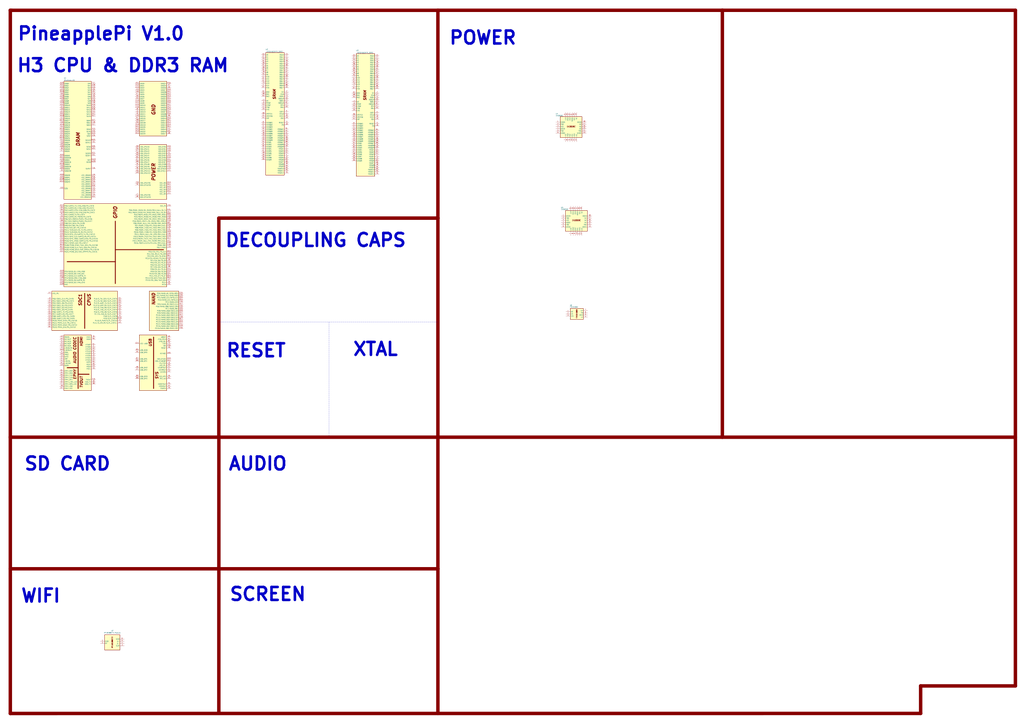
<source format=kicad_sch>
(kicad_sch (version 20211123) (generator eeschema)
  (paper "A0")
  (lib_symbols
    (symbol "mylib:Allwinner_H3"
      (property "Reference" "U1" (at -58.42 143.51 0))
      (property "Value" "Allwinner_H3" (at -53.34 140.97 0))
      (symbol "Allwinner_H3_0_0"
        (polyline (pts (xy -55.88 -193.04) (xy -43.18 -193.04)) (stroke (width 1)))
        (polyline (pts (xy -55.88 -69.85) (xy 0 -69.85)) (stroke (width 1)))
        (polyline (pts (xy -43.18 -200.66) (xy -30.48 -200.66)) (stroke (width 1)))
        (polyline (pts (xy 0 -55.88) (xy 55.88 -55.88)) (stroke (width 1)))
        (polyline (pts (xy 0 -22.86) (xy 0 -95.25)) (stroke (width 1)))
        (text "AUDIO CODEC" (at -46.99 -172.72 900) (effects (font (size 3 3) bold italic)))
        (text "CPUS" (at -30.48 -114.3 900) (effects (font (size 3.5 3.5) bold italic)))
        (text "DRAM" (at -43.18 72.39 900) (effects (font (size 4 4) bold italic)))
        (text "EPHY" (at -46.99 -200.66 900) (effects (font (size 3 3) bold italic)))
        (text "GND" (at 44.45 106.68 900) (effects (font (size 4 4) bold italic)))
        (text "GPIO" (at 0 -12.7 900) (effects (font (size 4 4) bold italic)))
        (text "HDMI" (at -39.37 -162.56 900) (effects (font (size 3 3) bold italic)))
        (text "NAND" (at 44.45 -113.03 900) (effects (font (size 3.5 3.5) bold italic)))
        (text "POWER" (at 44.45 34.29 900) (effects (font (size 4 4) bold italic)))
        (text "SDC1" (at -40.64 -114.3 900) (effects (font (size 3.5 3.5) bold italic)))
        (text "SYS" (at 48.26 -201.93 900) (effects (font (size 3 3) bold italic)))
        (text "TVOUT" (at -39.37 -209.55 900) (effects (font (size 3 3) bold italic)))
        (text "USB" (at 40.64 -163.83 900) (effects (font (size 3 3) bold italic)))
      )
      (symbol "Allwinner_H3_0_1"
        (rectangle (start -73.66 -104.14) (end 2.54 -149.86) (stroke (width 0.4)) (fill (type background)))
        (rectangle (start -59.69 -154.94) (end -27.94 -219.71) (stroke (width 0.4)) (fill (type background)))
        (rectangle (start -59.69 -2.54) (end 59.69 -99.06) (stroke (width 0.4)) (fill (type background)))
        (rectangle (start -59.69 139.7) (end -27.94 2.54) (stroke (width 0.4)) (fill (type background)))
        (polyline (pts (xy -43.18 -157.48) (xy -43.18 -217.17)) (stroke (width 1)))
        (polyline (pts (xy -35.56 -106.68) (xy -35.56 -147.32)) (stroke (width 1)))
        (polyline (pts (xy 44.45 -157.48) (xy 44.45 -217.17)) (stroke (width 1)))
        (rectangle (start 27.94 -154.94) (end 59.69 -219.71) (stroke (width 0.4)) (fill (type background)))
        (rectangle (start 27.94 66.04) (end 59.69 2.54) (stroke (width 0.4)) (fill (type background)))
        (rectangle (start 27.94 139.7) (end 59.69 76.2) (stroke (width 0.4)) (fill (type background)))
        (rectangle (start 39.37 -104.14) (end 73.66 -149.86) (stroke (width 0.4)) (fill (type background)))
      )
      (symbol "Allwinner_H3_1_1"
        (pin bidirectional line (at 64.77 -160.02 180) (length 5.08) (name "JTAG_SEL0") (number "A1"))
        (pin bidirectional line (at 64.77 -60.96 180) (length 5.08) (name "PE1/CSI_MCLK/TS_ERR") (number "A10"))
        (pin bidirectional line (at 64.77 -83.82 180) (length 5.08) (name "PE10/CSI_D6/TS_D6") (number "A11"))
        (pin bidirectional line (at -64.77 -55.88 0) (length 5.08) (name "PA20/PCM0_DOUT/SIM_VPPEN/PA_EINT20") (number "A13"))
        (pin bidirectional line (at -64.77 -58.42 0) (length 5.08) (name "PA21/PCM0_DIN/SIM_VPPPP/PA_EINT21") (number "A14"))
        (pin bidirectional line (at 78.74 -124.46 180) (length 5.08) (name "PC7/NAND_RB1") (number "A16"))
        (pin bidirectional line (at 78.74 -119.38 180) (length 5.08) (name "PC5/NAND_RE/SDC2_CLK") (number "A17"))
        (pin bidirectional line (at -64.77 -83.82 0) (length 5.08) (name "PF1/SDC0_D0/JTAG_DI0") (number "A19"))
        (pin bidirectional line (at -64.77 -209.55 0) (length 5.08) (name "EPHY_LINK_LED") (number "A2"))
        (pin bidirectional line (at 64.77 -20.32 180) (length 5.08) (name "PD4/RGMII_RXCK/MII_RXCK/RMII_NULL") (number "A20"))
        (pin bidirectional line (at 22.86 137.16 0) (length 5.08) (name "GND0") (number "A21"))
        (pin bidirectional line (at -64.77 -204.47 0) (length 5.08) (name "EPHY_TXN") (number "A3"))
        (pin bidirectional line (at -64.77 -199.39 0) (length 5.08) (name "EPHY_RXN") (number "A4"))
        (pin bidirectional line (at 22.86 -175.26 0) (length 5.08) (name "USB_DP0") (number "A5"))
        (pin bidirectional line (at 22.86 -195.58 0) (length 5.08) (name "USB_DP2") (number "A7"))
        (pin bidirectional line (at 22.86 -193.04 0) (length 5.08) (name "USB_DM2") (number "A8"))
        (pin bidirectional line (at 64.77 81.28 180) (length 5.08) (name "GND46") (number "AA1"))
        (pin bidirectional line (at -64.77 73.66 0) (length 5.08) (name "SDQ25") (number "AA11"))
        (pin bidirectional line (at -64.77 22.86 0) (length 5.08) (name "SDQM3") (number "AA12"))
        (pin bidirectional line (at -64.77 83.82 0) (length 5.08) (name "SDQ21") (number "AA14"))
        (pin bidirectional line (at -64.77 43.18 0) (length 5.08) (name "SDQS2") (number "AA15"))
        (pin bidirectional line (at -64.77 93.98 0) (length 5.08) (name "SDQ17") (number "AA17"))
        (pin bidirectional line (at -64.77 25.4 0) (length 5.08) (name "SDQM2") (number "AA18"))
        (pin bidirectional line (at -22.86 48.26 180) (length 5.08) (name "SCK") (number "AA19"))
        (pin bidirectional line (at -64.77 -167.64 0) (length 5.08) (name "MICIN2N") (number "AA2"))
        (pin bidirectional line (at -22.86 45.72 180) (length 5.08) (name "SCKB") (number "AA20"))
        (pin bidirectional line (at -22.86 71.12 180) (length 5.08) (name "SCKE0") (number "AA21"))
        (pin bidirectional line (at -64.77 -172.72 0) (length 5.08) (name "LINEOUTL") (number "AA3"))
        (pin bidirectional line (at 64.77 -176.53 180) (length 5.08) (name "KEYADC") (number "AA5"))
        (pin bidirectional line (at 64.77 -167.64 180) (length 5.08) (name "NMI") (number "AA6"))
        (pin bidirectional line (at -64.77 63.5 0) (length 5.08) (name "SDQ29") (number "AA8"))
        (pin bidirectional line (at -64.77 38.1 0) (length 5.08) (name "SDQS3") (number "AA9"))
        (pin bidirectional line (at -78.74 -146.05 0) (length 5.08) (name "PG13/PCM1_DIN/PG_EINT13") (number "B1"))
        (pin bidirectional line (at 64.77 -58.42 180) (length 5.08) (name "PE0/CSI_PCL/TS_CLK") (number "B10"))
        (pin bidirectional line (at 64.77 -63.5 180) (length 5.08) (name "PE2/CSI_HSY/TS_SYNC") (number "B11"))
        (pin bidirectional line (at 64.77 -86.36 180) (length 5.08) (name "PE11/CSI_D7/TS_D7") (number "B12"))
        (pin bidirectional line (at 64.77 -88.9 180) (length 5.08) (name "PE12/CSI_SCK/TWI2_SCK") (number "B12"))
        (pin bidirectional line (at -64.77 -50.8 0) (length 5.08) (name "PA18/PCM0_SYNC/TWI1_SCK/PA_EINT18") (number "B13"))
        (pin bidirectional line (at -64.77 -53.34 0) (length 5.08) (name "PA19/PCM0_CLK/TWI1_SDA/PA_EINT19") (number "B14"))
        (pin bidirectional line (at 78.74 -114.3 180) (length 5.08) (name "PC3/NAND_CE1/SPI0_CS") (number "B15"))
        (pin bidirectional line (at 78.74 -111.76 180) (length 5.08) (name "PC2/NAND_CLE/SPI0_CLK") (number "B16"))
        (pin bidirectional line (at 78.74 -137.16 180) (length 5.08) (name "PC12/NAND_DQ4/SDC2_D4") (number "B17"))
        (pin bidirectional line (at 78.74 -127 180) (length 5.08) (name "PC8/NAND_DQ0/SDC2_D0") (number "B18"))
        (pin bidirectional line (at 78.74 -139.7 180) (length 5.08) (name "PC13/NAND_DQ5/SDC2_D5") (number "B19"))
        (pin bidirectional line (at 64.77 -162.56 180) (length 5.08) (name "JTAG_SEL") (number "B2"))
        (pin bidirectional line (at 64.77 -15.24 180) (length 5.08) (name "PD2/RGMII_RXD1/MII_RXD1/RMII_RXD1") (number "B20"))
        (pin bidirectional line (at 64.77 -25.4 180) (length 5.08) (name "PD6/RGMII_NULL/MII_RXERR/RMII_RXER") (number "B21"))
        (pin bidirectional line (at -64.77 -201.93 0) (length 5.08) (name "EPHY_TXP") (number "B3"))
        (pin bidirectional line (at -64.77 -196.85 0) (length 5.08) (name "EPHY_RXP") (number "B4"))
        (pin bidirectional line (at 22.86 -172.72 0) (length 5.08) (name "USB_DM0") (number "B5"))
        (pin bidirectional line (at 22.86 -185.42 0) (length 5.08) (name "USB_DP1") (number "B6"))
        (pin bidirectional line (at 22.86 -182.88 0) (length 5.08) (name "USB_DM1") (number "B7"))
        (pin bidirectional line (at 22.86 -205.74 0) (length 5.08) (name "USB_DP3") (number "B8"))
        (pin bidirectional line (at 22.86 -203.2 0) (length 5.08) (name "USB_DM3") (number "B9"))
        (pin bidirectional line (at -78.74 -125.73 0) (length 5.08) (name "PG5/SDC1_D3/PG_EINT5") (number "C1"))
        (pin bidirectional line (at 64.77 -66.04 180) (length 5.08) (name "PE3/CSI_VSYNC/TS_DVLD") (number "C10"))
        (pin bidirectional line (at 64.77 -78.74 180) (length 5.08) (name "PE8/CSI_D4/TS_D4") (number "C11"))
        (pin bidirectional line (at 64.77 -81.28 180) (length 5.08) (name "PE9/CSI_D5/TS_D5") (number "C12"))
        (pin bidirectional line (at -64.77 -35.56 0) (length 5.08) (name "PA12/TWI0_SDA/DI_RX/PA_EINT12") (number "C13"))
        (pin bidirectional line (at -64.77 -48.26 0) (length 5.08) (name "PA17/SPDIF_OUT/PA_EINT17") (number "C14"))
        (pin bidirectional line (at 78.74 -106.68 180) (length 5.08) (name "PC0/NAND_WE/SPI0_MOSI") (number "C15"))
        (pin bidirectional line (at 78.74 -109.22 180) (length 5.08) (name "PC1/NAND_ALE/SPI0_MISO") (number "C16"))
        (pin bidirectional line (at 78.74 -129.54 180) (length 5.08) (name "PC9/NAND_DQ1/SDC2_D1") (number "C17"))
        (pin bidirectional line (at 78.74 -134.62 180) (length 5.08) (name "PC11/NAND_DQ3/SDC2_D3") (number "C18"))
        (pin bidirectional line (at 78.74 -144.78 180) (length 5.08) (name "PC15/NAND_DQ7/SDC2_D7") (number "C19"))
        (pin bidirectional line (at -78.74 -123.19 0) (length 5.08) (name "PG4/SDC1_D2/PG_EINT4") (number "C2"))
        (pin bidirectional line (at -64.77 -93.98 0) (length 5.08) (name "PF5/SDC0_D2/JTAG_CK0") (number "C20"))
        (pin bidirectional line (at 64.77 -10.16 180) (length 5.08) (name "PD0/RGMII_RXD3/MII_RXD3/RMII_NULL/DI_TX") (number "C21"))
        (pin bidirectional line (at -78.74 -133.35 0) (length 5.08) (name "PG8/UART1_RTS/PG_EINT8") (number "C3"))
        (pin bidirectional line (at 64.77 -96.52 180) (length 5.08) (name "PE15") (number "C5"))
        (pin bidirectional line (at 64.77 -93.98 180) (length 5.08) (name "PE14") (number "C6"))
        (pin bidirectional line (at 64.77 -91.44 180) (length 5.08) (name "PE13/CSI_SDA/TWI2_SDA") (number "C7"))
        (pin bidirectional line (at 64.77 -76.2 180) (length 5.08) (name "PE7/CSI_D3/TS_D3") (number "C8"))
        (pin bidirectional line (at 64.77 -68.58 180) (length 5.08) (name "PE4/CSI_D0/TS_D0") (number "C9"))
        (pin bidirectional line (at -78.74 -143.51 0) (length 5.08) (name "PG12/PCM1_DOUT/PG_EINT12") (number "D1"))
        (pin bidirectional line (at 64.77 -73.66 180) (length 5.08) (name "PE6/CSI_D2/TS_D2") (number "D10"))
        (pin bidirectional line (at -64.77 -5.08 0) (length 5.08) (name "PA0/UART2_TX/JTAG_MS0/PA_EINT0") (number "D11"))
        (pin bidirectional line (at -64.77 -27.94 0) (length 5.08) (name "PA9/SIM_RST/PA_EINT9") (number "D13"))
        (pin bidirectional line (at -64.77 -45.72 0) (length 5.08) (name "PA16/SPI1_MISO/UART3_CTS/PA_EINT16") (number "D15"))
        (pin bidirectional line (at 78.74 -132.08 180) (length 5.08) (name "PC10/NAND_DQ2/SDC2_D2") (number "D17"))
        (pin bidirectional line (at -64.77 -81.28 0) (length 5.08) (name "PF0/SDC0_D1/JTAG_MS0") (number "D19"))
        (pin bidirectional line (at -78.74 -140.97 0) (length 5.08) (name "PG11/PCM1_CLK/PG_EINT11") (number "D2"))
        (pin bidirectional line (at -64.77 -86.36 0) (length 5.08) (name "PF2/SDC0_CLK/UART0_TX") (number "D20"))
        (pin bidirectional line (at -78.74 -130.81 0) (length 5.08) (name "PG7/UART1_RX/PG_EINT7") (number "D3"))
        (pin bidirectional line (at -64.77 -7.62 0) (length 5.08) (name "PA1/UART2_RX/JTAG_CK0/PA_EINT1") (number "D5"))
        (pin bidirectional line (at -64.77 -10.16 0) (length 5.08) (name "PA2/UART2_RTS/JTAG_DO0/PA_EINT2") (number "D6"))
        (pin bidirectional line (at -64.77 -22.86 0) (length 5.08) (name "PA7/SIM_PWREN/PWM1/PA_EINT7") (number "D8"))
        (pin bidirectional line (at 64.77 -71.12 180) (length 5.08) (name "PE5/CSI_D1/TS_D1") (number "E10"))
        (pin bidirectional line (at -64.77 -30.48 0) (length 5.08) (name "PA10/SIM_DET/PA_EINT10") (number "E11"))
        (pin bidirectional line (at -64.77 -12.7 0) (length 5.08) (name "PA3/UART2_CTS/JTAG_DI0/PA_EINT3") (number "E13"))
        (pin bidirectional line (at -64.77 -20.32 0) (length 5.08) (name "PA6/SIM_PWREN/PWM1/PA_EINT6") (number "E14"))
        (pin bidirectional line (at -64.77 -38.1 0) (length 5.08) (name "PA13/SPI1_CS/UART3_TX/PA_EINT13") (number "E15"))
        (pin bidirectional line (at 78.74 -121.92 180) (length 5.08) (name "PC6/NAND_RB0/SDC2_CMD") (number "E16"))
        (pin bidirectional line (at 64.77 -27.94 180) (length 5.08) (name "PD7/RGMII_TXD3/MII_TXD3/RMII_NULL") (number "E18"))
        (pin bidirectional line (at 64.77 -40.64 180) (length 5.08) (name "PD12/RGMII_TXCK/MII_TXCK/RMII_TXCK") (number "E19"))
        (pin bidirectional line (at -22.86 -184.15 180) (length 5.08) (name "HTXCN") (number "E2"))
        (pin bidirectional line (at 64.77 -30.48 180) (length 5.08) (name "PD8/RGMII_TXD2/MII_TXD2/RMII_NULL") (number "E20"))
        (pin bidirectional line (at -64.77 -91.44 0) (length 5.08) (name "PF4/SDC0_D3/UART0_RX") (number "E21"))
        (pin bidirectional line (at -78.74 -135.89 0) (length 5.08) (name "PG9/UART1_CTS/PG_EINT9") (number "E3"))
        (pin bidirectional line (at -22.86 -168.91 180) (length 5.08) (name "HTX0N") (number "F1"))
        (pin bidirectional line (at -22.86 -207.01 180) (length 5.08) (name "TVOUT") (number "F10"))
        (pin bidirectional line (at -64.77 -33.02 0) (length 5.08) (name "PA11/TWI0_SCK/DI_TX/PA_EINT11") (number "F11"))
        (pin bidirectional line (at -64.77 -25.4 0) (length 5.08) (name "PA8/SIM_DATA/PA_EINT8") (number "F13"))
        (pin bidirectional line (at -64.77 -43.18 0) (length 5.08) (name "PA15/SPI1_MOSI/UART3_RTS/PA_EINT15") (number "F14"))
        (pin bidirectional line (at 78.74 -116.84 180) (length 5.08) (name "PC4/NAND_CE0") (number "F16"))
        (pin bidirectional line (at 78.74 -142.24 180) (length 5.08) (name "PC14/NAND_DQ6/SDC2_D6") (number "F17"))
        (pin bidirectional line (at -64.77 -88.9 0) (length 5.08) (name "PF3/SDC0_CMD/JTAG_DO0") (number "F18"))
        (pin bidirectional line (at 64.77 -22.86 180) (length 5.08) (name "PD5/RGMII_RXCTL/MII_RXDV/RMII_CRS_D") (number "F19"))
        (pin bidirectional line (at -22.86 -181.61 180) (length 5.08) (name "HTXCP") (number "F2"))
        (pin bidirectional line (at 64.77 -38.1 180) (length 5.08) (name "PD11/RGMII_NULL/MII_CRS/RMII_NULL") (number "F20"))
        (pin bidirectional line (at 64.77 -33.02 180) (length 5.08) (name "PD9/RGMII_TXD1/MII_TXD1/RMII_TXD1") (number "F21"))
        (pin bidirectional line (at -78.74 -120.65 0) (length 5.08) (name "PG3/SDC1_D1/PG_EINT3") (number "F3"))
        (pin bidirectional line (at -64.77 -15.24 0) (length 5.08) (name "PA4/UART0_TX/PA_EINT4") (number "F5"))
        (pin bidirectional line (at -64.77 -207.01 0) (length 5.08) (name "EPHY_RTX") (number "F6"))
        (pin bidirectional line (at -64.77 -212.09 0) (length 5.08) (name "EPHY_SPD_LED") (number "F7"))
        (pin bidirectional line (at -64.77 -214.63 0) (length 5.08) (name "EPHY_VDD") (number "F8"))
        (pin bidirectional line (at -22.86 -166.37 180) (length 5.08) (name "HTX0P") (number "G1"))
        (pin bidirectional line (at 64.77 -182.88 180) (length 5.08) (name "VDD_EFUSE") (number "G10"))
        (pin bidirectional line (at 22.86 -165.1 0) (length 5.08) (name "VCC-USB") (number "G11"))
        (pin bidirectional line (at -64.77 -40.64 0) (length 5.08) (name "PA14/SPI1_CLK/UART3_RX/PA_EINT14") (number "G12"))
        (pin bidirectional line (at 64.77 21.59 180) (length 5.08) (name "VCC_IO0") (number "G13"))
        (pin bidirectional line (at 64.77 19.05 180) (length 5.08) (name "VCC_IO1") (number "G14"))
        (pin bidirectional line (at 64.77 16.51 180) (length 5.08) (name "VCC_IO2") (number "G15"))
        (pin bidirectional line (at -64.77 -96.52 0) (length 5.08) (name "PF6") (number "G18"))
        (pin bidirectional line (at -22.86 -173.99 180) (length 5.08) (name "HTX1N") (number "G2"))
        (pin bidirectional line (at -64.77 27.94 0) (length 5.08) (name "SDQM1") (number "G20"))
        (pin bidirectional line (at -78.74 -128.27 0) (length 5.08) (name "PG6/UART1_TX/PG_EINT6") (number "G4"))
        (pin bidirectional line (at -22.86 -189.23 180) (length 5.08) (name "HCEC") (number "G5"))
        (pin bidirectional line (at -64.77 -217.17 0) (length 5.08) (name "EPHY_VCC") (number "G7"))
        (pin bidirectional line (at 64.77 78.74 180) (length 5.08) (name "GND47") (number "G8"))
        (pin bidirectional line (at -22.86 -209.55 180) (length 5.08) (name "V33_TV") (number "G9"))
        (pin bidirectional line (at 64.77 63.5 180) (length 5.08) (name "VDD_SYS0") (number "H10"))
        (pin bidirectional line (at 64.77 -185.42 180) (length 5.08) (name "VDD_EFUSEBP") (number "H11"))
        (pin bidirectional line (at 22.86 134.62 0) (length 5.08) (name "GND1") (number "H12"))
        (pin bidirectional line (at 64.77 13.97 180) (length 5.08) (name "VCC_IO3") (number "H13"))
        (pin bidirectional line (at 64.77 11.43 180) (length 5.08) (name "VCC_IO4") (number "H14"))
        (pin bidirectional line (at 22.86 132.08 0) (length 5.08) (name "GND2") (number "H15"))
        (pin bidirectional line (at 78.74 -147.32 180) (length 5.08) (name "PC16/NAND_DQS/SDC2_RST") (number "H16"))
        (pin bidirectional line (at 64.77 -12.7 180) (length 5.08) (name "PD1/RGMII_RXD2/MII_RXD2/RMII_NULL/DI_RX") (number "H17"))
        (pin bidirectional line (at 64.77 -17.78 180) (length 5.08) (name "PD3/RGMII_RXD0/MII_RXD0/RMII_RXD0") (number "H18"))
        (pin bidirectional line (at 64.77 -35.56 180) (length 5.08) (name "PD10/RGMII_TXD0/MII_TXD0/RMII_TXD0") (number "H19"))
        (pin bidirectional line (at -22.86 -171.45 180) (length 5.08) (name "HTX1P") (number "H2"))
        (pin bidirectional line (at -64.77 114.3 0) (length 5.08) (name "SDQ9") (number "H20"))
        (pin bidirectional line (at -64.77 111.76 0) (length 5.08) (name "SDQ10") (number "H21"))
        (pin bidirectional line (at -22.86 -194.31 180) (length 5.08) (name "HSCL") (number "H3"))
        (pin bidirectional line (at -78.74 -118.11 0) (length 5.08) (name "PG2/SDC1_D0/PG_EINT2") (number "H4"))
        (pin bidirectional line (at -64.77 -17.78 0) (length 5.08) (name "PA5/UART0_RX/PWM0/PA_EINT5") (number "H6"))
        (pin bidirectional line (at -78.74 -106.68 0) (length 5.08) (name "VCC_PG") (number "H7"))
        (pin bidirectional line (at -22.86 -212.09 180) (length 5.08) (name "GND_TV") (number "H8"))
        (pin bidirectional line (at -22.86 -176.53 180) (length 5.08) (name "HTX2P") (number "J1"))
        (pin bidirectional line (at 64.77 58.42 180) (length 5.08) (name "VDD_SYS2") (number "J10"))
        (pin bidirectional line (at 64.77 55.88 180) (length 5.08) (name "VDD_SYS3") (number "J11"))
        (pin bidirectional line (at 64.77 53.34 180) (length 5.08) (name "VDD_SYS4") (number "J12"))
        (pin bidirectional line (at 22.86 129.54 0) (length 5.08) (name "GND3") (number "J13"))
        (pin bidirectional line (at 64.77 8.89 180) (length 5.08) (name "VCC_IO5") (number "J14"))
        (pin bidirectional line (at 64.77 -5.08 180) (length 5.08) (name "VCC_PD") (number "J15"))
        (pin bidirectional line (at 22.86 127 0) (length 5.08) (name "GND4") (number "J16"))
        (pin bidirectional line (at -64.77 116.84 0) (length 5.08) (name "SDQ8") (number "J19"))
        (pin bidirectional line (at -22.86 -179.07 180) (length 5.08) (name "HTX2N") (number "J2"))
        (pin bidirectional line (at -64.77 45.72 0) (length 5.08) (name "SDQS1B") (number "J20"))
        (pin bidirectional line (at -64.77 109.22 0) (length 5.08) (name "SDQ11") (number "J21"))
        (pin bidirectional line (at -78.74 -113.03 0) (length 5.08) (name "PG0/SDC1_CLK/PG_EINT0") (number "J3"))
        (pin bidirectional line (at -22.86 -157.48 180) (length 5.08) (name "HVCC") (number "J6"))
        (pin bidirectional line (at 22.86 7.62 0) (length 5.08) (name "VDD_CPUXFB") (number "J7"))
        (pin bidirectional line (at 22.86 5.08 0) (length 5.08) (name "GND_CPUXFB") (number "J8"))
        (pin bidirectional line (at 22.86 101.6 0) (length 5.08) (name "GND14") (number "J9"))
        (pin bidirectional line (at 64.77 -195.58 180) (length 5.08) (name "X24MOUT") (number "K1"))
        (pin bidirectional line (at 64.77 50.8 180) (length 5.08) (name "VDD_SYS5") (number "K10"))
        (pin bidirectional line (at 64.77 48.26 180) (length 5.08) (name "VDD_SYS6") (number "K11"))
        (pin bidirectional line (at 64.77 45.72 180) (length 5.08) (name "VDD_SYS7") (number "K12"))
        (pin bidirectional line (at 22.86 116.84 0) (length 5.08) (name "GND8") (number "K13"))
        (pin bidirectional line (at 22.86 114.3 0) (length 5.08) (name "GND9") (number "K14"))
        (pin bidirectional line (at 22.86 111.76 0) (length 5.08) (name "GND10") (number "K15"))
        (pin bidirectional line (at 22.86 109.22 0) (length 5.08) (name "GND11") (number "K16"))
        (pin bidirectional line (at 64.77 -43.18 180) (length 5.08) (name "PD13/RGMII_TXCTL/MII_TXEN/RMII_TXEN") (number "K17"))
        (pin bidirectional line (at 64.77 -48.26 180) (length 5.08) (name "PD15/RGMII_CLKIN/MII_COL/RMII_NULL") (number "K18"))
        (pin bidirectional line (at 64.77 -198.12 180) (length 5.08) (name "X24MIN") (number "K2"))
        (pin bidirectional line (at -64.77 48.26 0) (length 5.08) (name "SDQS1") (number "K20"))
        (pin bidirectional line (at -22.86 -191.77 180) (length 5.08) (name "HSDA") (number "K3"))
        (pin bidirectional line (at 64.77 -193.04 180) (length 5.08) (name "X24MFOUT") (number "K4"))
        (pin bidirectional line (at 64.77 -203.2 180) (length 5.08) (name "VCC_RTC") (number "K6"))
        (pin bidirectional line (at 22.86 124.46 0) (length 5.08) (name "GND5") (number "K7"))
        (pin bidirectional line (at 22.86 121.92 0) (length 5.08) (name "GND6") (number "K8"))
        (pin bidirectional line (at 22.86 119.38 0) (length 5.08) (name "GND7") (number "K9"))
        (pin bidirectional line (at 64.77 60.96 180) (length 5.08) (name "VDD_SYS1") (number "L10"))
        (pin bidirectional line (at 64.77 43.18 180) (length 5.08) (name "VDD_SYS8") (number "L11"))
        (pin bidirectional line (at 64.77 40.64 180) (length 5.08) (name "VDD_SYS9") (number "L12"))
        (pin bidirectional line (at 64.77 38.1 180) (length 5.08) (name "VDD_SYS10") (number "L13"))
        (pin bidirectional line (at 64.77 35.56 180) (length 5.08) (name "VDD_SYS11") (number "L14"))
        (pin bidirectional line (at 22.86 99.06 0) (length 5.08) (name "GND15") (number "L15"))
        (pin bidirectional line (at -22.86 30.48 180) (length 5.08) (name "VCC_DRAM0") (number "L16"))
        (pin bidirectional line (at 64.77 -45.72 180) (length 5.08) (name "PD14/RGMII_NULL/MII_TXERR/RMII_NULL") (number "L17"))
        (pin bidirectional line (at 64.77 -50.8 180) (length 5.08) (name "PD16/MDC") (number "L18"))
        (pin bidirectional line (at 64.77 -53.34 180) (length 5.08) (name "PD17/MDIO") (number "L19"))
        (pin bidirectional line (at -78.74 -115.57 0) (length 5.08) (name "PG1/SDC1_CMD/PG_EINT1") (number "L2"))
        (pin bidirectional line (at -64.77 106.68 0) (length 5.08) (name "SDQ12") (number "L20"))
        (pin bidirectional line (at -64.77 104.14 0) (length 5.08) (name "SDQ13") (number "L21"))
        (pin bidirectional line (at 64.77 -187.96 180) (length 5.08) (name "PLLTEST") (number "L5"))
        (pin bidirectional line (at 22.86 106.68 0) (length 5.08) (name "GND12") (number "L8"))
        (pin bidirectional line (at 22.86 104.14 0) (length 5.08) (name "GND13") (number "L9"))
        (pin bidirectional line (at 7.62 -115.57 180) (length 5.08) (name "PL1/S_TWI_SDA/S_PL_EINT1") (number "M1"))
        (pin bidirectional line (at 22.86 88.9 0) (length 5.08) (name "GND19") (number "M10"))
        (pin bidirectional line (at 22.86 86.36 0) (length 5.08) (name "GND20") (number "M11"))
        (pin bidirectional line (at 22.86 83.82 0) (length 5.08) (name "GND21") (number "M12"))
        (pin bidirectional line (at 22.86 81.28 0) (length 5.08) (name "GND22") (number "M13"))
        (pin bidirectional line (at 22.86 78.74 0) (length 5.08) (name "GND23") (number "M14"))
        (pin bidirectional line (at 64.77 137.16 180) (length 5.08) (name "GND24") (number "M15"))
        (pin bidirectional line (at -22.86 27.94 180) (length 5.08) (name "VCC_DRAM1") (number "M16"))
        (pin bidirectional line (at -64.77 99.06 0) (length 5.08) (name "SDQ15") (number "M19"))
        (pin bidirectional line (at -22.86 -186.69 180) (length 5.08) (name "HHPD") (number "M2"))
        (pin bidirectional line (at -64.77 30.48 0) (length 5.08) (name "SDQM0") (number "M20"))
        (pin bidirectional line (at -64.77 101.6 0) (length 5.08) (name "SDQ14") (number "M21"))
        (pin bidirectional line (at -78.74 -138.43 0) (length 5.08) (name "PG10/PCM1_SYNC/PG_EINT10") (number "M3"))
        (pin bidirectional line (at 64.77 -205.74 180) (length 5.08) (name "RTC_VIO") (number "M4"))
        (pin bidirectional line (at -22.86 -160.02 180) (length 5.08) (name "HGND") (number "M5"))
        (pin bidirectional line (at 22.86 96.52 0) (length 5.08) (name "GND16") (number "M7"))
        (pin bidirectional line (at 22.86 93.98 0) (length 5.08) (name "GND17") (number "M8"))
        (pin bidirectional line (at 22.86 91.44 0) (length 5.08) (name "GND18") (number "M9"))
        (pin bidirectional line (at 7.62 -113.03 180) (length 5.08) (name "PL0/S_TWI_SCK/S_PL_EINT0") (number "N1"))
        (pin bidirectional line (at 64.77 129.54 180) (length 5.08) (name "GND27") (number "N10"))
        (pin bidirectional line (at 7.62 -135.89 180) (length 5.08) (name "PL9/S_PL_EINT9") (number "N10"))
        (pin bidirectional line (at 64.77 127 180) (length 5.08) (name "GND28") (number "N11"))
        (pin bidirectional line (at 64.77 124.46 180) (length 5.08) (name "GND29") (number "N12"))
        (pin bidirectional line (at 64.77 121.92 180) (length 5.08) (name "GND30") (number "N13"))
        (pin bidirectional line (at 64.77 119.38 180) (length 5.08) (name "GND31") (number "N14"))
        (pin bidirectional line (at 64.77 116.84 180) (length 5.08) (name "GND32") (number "N15"))
        (pin bidirectional line (at -22.86 25.4 180) (length 5.08) (name "VCC_DRAM2") (number "N16"))
        (pin bidirectional line (at -22.86 101.6 180) (length 5.08) (name "SA14") (number "N17"))
        (pin bidirectional line (at -22.86 109.22 180) (length 5.08) (name "SA11") (number "N19"))
        (pin bidirectional line (at 7.62 -123.19 180) (length 5.08) (name "PL4/S_JTAG_MS/S_PL_EINT4") (number "N2"))
        (pin bidirectional line (at -64.77 137.16 0) (length 5.08) (name "SDQ0") (number "N20"))
        (pin bidirectional line (at 64.77 -190.5 180) (length 5.08) (name "VCC_PLL") (number "N3"))
        (pin bidirectional line (at 64.77 134.62 180) (length 5.08) (name "GND25") (number "N7"))
        (pin bidirectional line (at 22.86 63.5 0) (length 5.08) (name "VDD_CPUX0") (number "N8"))
        (pin bidirectional line (at 64.77 132.08 180) (length 5.08) (name "GND26") (number "N9"))
        (pin bidirectional line (at 64.77 114.3 180) (length 5.08) (name "GND33") (number "P10"))
        (pin bidirectional line (at 64.77 111.76 180) (length 5.08) (name "GND34") (number "P11"))
        (pin bidirectional line (at 64.77 109.22 180) (length 5.08) (name "GND35") (number "P12"))
        (pin bidirectional line (at 64.77 106.68 180) (length 5.08) (name "GND36") (number "P13"))
        (pin bidirectional line (at 64.77 104.14 180) (length 5.08) (name "GND37") (number "P14"))
        (pin bidirectional line (at 64.77 101.6 180) (length 5.08) (name "GND38") (number "P15"))
        (pin bidirectional line (at -22.86 22.86 180) (length 5.08) (name "VCC_DRAM3") (number "P16"))
        (pin bidirectional line (at -22.86 20.32 180) (length 5.08) (name "VCC_DRAM4") (number "P17"))
        (pin bidirectional line (at -22.86 111.76 180) (length 5.08) (name "SA10") (number "P19"))
        (pin bidirectional line (at 7.62 -118.11 180) (length 5.08) (name "PL2/S_UART_TX/S_PL_EINT2") (number "P2"))
        (pin bidirectional line (at -64.77 132.08 0) (length 5.08) (name "SDQ2") (number "P20"))
        (pin bidirectional line (at -64.77 134.62 0) (length 5.08) (name "SDQ1") (number "P21"))
        (pin bidirectional line (at 64.77 -212.09 180) (length 5.08) (name "X32KFOUT") (number "P3"))
        (pin bidirectional line (at 22.86 60.96 0) (length 5.08) (name "VDD_CPUX1") (number "P6"))
        (pin bidirectional line (at 22.86 58.42 0) (length 5.08) (name "VDD_CPUX2") (number "P7"))
        (pin bidirectional line (at 22.86 55.88 0) (length 5.08) (name "VDD_CPUX3") (number "P8"))
        (pin bidirectional line (at 22.86 53.34 0) (length 5.08) (name "VDD_CPUX4") (number "P9"))
        (pin bidirectional line (at 7.62 -120.65 180) (length 5.08) (name "PL3/S_UART_RX/S_PL_EINT3") (number "R1"))
        (pin bidirectional line (at 64.77 96.52 180) (length 5.08) (name "GND40") (number "R10"))
        (pin bidirectional line (at 64.77 93.98 180) (length 5.08) (name "GND41") (number "R11"))
        (pin bidirectional line (at 64.77 91.44 180) (length 5.08) (name "GND42") (number "R12"))
        (pin bidirectional line (at 64.77 88.9 180) (length 5.08) (name "GND43") (number "R13"))
        (pin bidirectional line (at 64.77 86.36 180) (length 5.08) (name "GND44") (number "R14"))
        (pin bidirectional line (at -22.86 17.78 180) (length 5.08) (name "VCC_DRAM5") (number "R16"))
        (pin bidirectional line (at -22.86 99.06 180) (length 5.08) (name "SA15") (number "R17"))
        (pin bidirectional line (at -22.86 106.68 180) (length 5.08) (name "SA12") (number "R18"))
        (pin bidirectional line (at -64.77 127 0) (length 5.08) (name "SDQ4") (number "R19"))
        (pin bidirectional line (at 7.62 -125.73 180) (length 5.08) (name "PL5/S_JTAG_CK/S_PL_EINT5") (number "R2"))
        (pin bidirectional line (at -64.77 53.34 0) (length 5.08) (name "SDQS0") (number "R20"))
        (pin bidirectional line (at -64.77 50.8 0) (length 5.08) (name "SDQS0B") (number "R21"))
        (pin bidirectional line (at 22.86 50.8 0) (length 5.08) (name "VDD_CPUX5") (number "R6"))
        (pin bidirectional line (at 22.86 48.26 0) (length 5.08) (name "VDD_CPUX6") (number "R7"))
        (pin bidirectional line (at 22.86 45.72 0) (length 5.08) (name "VDD_CPUX7") (number "R8"))
        (pin bidirectional line (at 64.77 99.06 180) (length 5.08) (name "GND39") (number "R9"))
        (pin bidirectional line (at 22.86 21.59 0) (length 5.08) (name "VDD_CPUXFB") (number "T10"))
        (pin bidirectional line (at 64.77 83.82 180) (length 5.08) (name "GND45") (number "T11"))
        (pin bidirectional line (at -22.86 15.24 180) (length 5.08) (name "VCC_DRAM6") (number "T12"))
        (pin bidirectional line (at -22.86 12.7 180) (length 5.08) (name "VCC_DRAM7") (number "T13"))
        (pin bidirectional line (at -22.86 10.16 180) (length 5.08) (name "VCC_DRAM8") (number "T14"))
        (pin bidirectional line (at -22.86 7.62 180) (length 5.08) (name "VCC_DRAM9") (number "T15"))
        (pin bidirectional line (at -22.86 38.1 180) (length 5.08) (name "SVREF") (number "T16"))
        (pin bidirectional line (at -22.86 137.16 180) (length 5.08) (name "SA0") (number "T17"))
        (pin bidirectional line (at -22.86 91.44 180) (length 5.08) (name "SBA1") (number "T18"))
        (pin bidirectional line (at 7.62 -133.35 180) (length 5.08) (name "PL8/S_PL_EINT8") (number "T2"))
        (pin bidirectional line (at -64.77 124.46 0) (length 5.08) (name "SDQ5") (number "T20"))
        (pin bidirectional line (at 7.62 -130.81 180) (length 5.08) (name "PL7/S_JTAG_SI/S_PL_EINT7") (number "T3"))
        (pin bidirectional line (at 7.62 -128.27 180) (length 5.08) (name "PL6/S_JTAG_DO/S_PL_EINT6") (number "T4"))
        (pin bidirectional line (at 64.77 -165.1 180) (length 5.08) (name "TEST") (number "T5"))
        (pin bidirectional line (at 22.86 43.18 0) (length 5.08) (name "VDD_CPUX8") (number "T6"))
        (pin bidirectional line (at 22.86 40.64 0) (length 5.08) (name "VDD_CPUX9") (number "T7"))
        (pin bidirectional line (at 22.86 38.1 0) (length 5.08) (name "VDD_CPUX10") (number "T8"))
        (pin bidirectional line (at 22.86 19.05 0) (length 5.08) (name "GND_CPUXFB") (number "T9"))
        (pin bidirectional line (at -22.86 5.08 180) (length 5.08) (name "VCC_DRAM10") (number "U11"))
        (pin bidirectional line (at -22.86 81.28 180) (length 5.08) (name "SCAS") (number "U15"))
        (pin bidirectional line (at -22.86 76.2 180) (length 5.08) (name "SRST") (number "U16"))
        (pin bidirectional line (at -22.86 134.62 180) (length 5.08) (name "SA1") (number "U18"))
        (pin bidirectional line (at -64.77 121.92 0) (length 5.08) (name "SDQ6") (number "U19"))
        (pin bidirectional line (at 7.62 -140.97 180) (length 5.08) (name "PL11/S_CIR_RX/S_PL_EINT11") (number "U2"))
        (pin bidirectional line (at -64.77 119.38 0) (length 5.08) (name "SDQ7") (number "U20"))
        (pin bidirectional line (at -64.77 129.54 0) (length 5.08) (name "SDQ3") (number "U21"))
        (pin bidirectional line (at -64.77 -190.5 0) (length 5.08) (name "AGND") (number "U3"))
        (pin bidirectional line (at 64.77 -214.63 180) (length 5.08) (name "X32KOUT") (number "U4"))
        (pin bidirectional line (at 22.86 35.56 0) (length 5.08) (name "VDD_CPUX11") (number "U6"))
        (pin bidirectional line (at 22.86 33.02 0) (length 5.08) (name "VDD_CPUX12") (number "U9"))
        (pin bidirectional line (at -64.77 -185.42 0) (length 5.08) (name "LINEINL") (number "V1"))
        (pin bidirectional line (at -64.77 15.24 0) (length 5.08) (name "SZQ") (number "V10"))
        (pin bidirectional line (at -22.86 53.34 180) (length 5.08) (name "SODT1") (number "V11"))
        (pin bidirectional line (at -22.86 104.14 180) (length 5.08) (name "SA13") (number "V12"))
        (pin bidirectional line (at -22.86 83.82 180) (length 5.08) (name "SRAS") (number "V13"))
        (pin bidirectional line (at -22.86 119.38 180) (length 5.08) (name "SA7") (number "V15"))
        (pin bidirectional line (at -22.86 88.9 180) (length 5.08) (name "SBA2") (number "V17"))
        (pin bidirectional line (at -22.86 132.08 180) (length 5.08) (name "SA2") (number "V19"))
        (pin bidirectional line (at 7.62 -138.43 180) (length 5.08) (name "PL10/S_PWM/S_PL_EINT10") (number "V2"))
        (pin bidirectional line (at -22.86 129.54 180) (length 5.08) (name "SA3") (number "V20"))
        (pin bidirectional line (at -22.86 127 180) (length 5.08) (name "SA4") (number "V21"))
        (pin bidirectional line (at -64.77 -180.34 0) (length 5.08) (name "AVCC") (number "V3"))
        (pin bidirectional line (at -64.77 -182.88 0) (length 5.08) (name "VRP") (number "V4"))
        (pin bidirectional line (at 64.77 -217.17 180) (length 5.08) (name "X32KIN") (number "V5"))
        (pin bidirectional line (at 64.77 -170.18 180) (length 5.08) (name "RESET") (number "V6"))
        (pin bidirectional line (at -64.77 -187.96 0) (length 5.08) (name "LINEINR") (number "W1"))
        (pin bidirectional line (at -22.86 55.88 180) (length 5.08) (name "SODT0") (number "W11"))
        (pin bidirectional line (at -64.77 76.2 0) (length 5.08) (name "SDQ24") (number "W12"))
        (pin bidirectional line (at -22.86 78.74 180) (length 5.08) (name "SWE") (number "W13"))
        (pin bidirectional line (at -64.77 88.9 0) (length 5.08) (name "SDQ19") (number "W15"))
        (pin bidirectional line (at -22.86 93.98 180) (length 5.08) (name "SBA0") (number "W17"))
        (pin bidirectional line (at -22.86 116.84 180) (length 5.08) (name "SA8") (number "W18"))
        (pin bidirectional line (at -64.77 -160.02 0) (length 5.08) (name "MICIN1P") (number "W2"))
        (pin bidirectional line (at -22.86 63.5 180) (length 5.08) (name "SCS0") (number "W20"))
        (pin bidirectional line (at -22.86 60.96 180) (length 5.08) (name "SCS1") (number "W21"))
        (pin bidirectional line (at -64.77 -157.48 0) (length 5.08) (name "MBIAS") (number "W3"))
        (pin bidirectional line (at -64.77 -177.8 0) (length 5.08) (name "VRA2") (number "W5"))
        (pin bidirectional line (at 64.77 -157.48 180) (length 5.08) (name "UBOOT") (number "W6"))
        (pin bidirectional line (at -64.77 66.04 0) (length 5.08) (name "SDQ28") (number "W9"))
        (pin bidirectional line (at -64.77 -162.56 0) (length 5.08) (name "MICIN1N") (number "Y1"))
        (pin bidirectional line (at -64.77 68.58 0) (length 5.08) (name "SDQ27") (number "Y10"))
        (pin bidirectional line (at -64.77 71.12 0) (length 5.08) (name "SDQ26") (number "Y11"))
        (pin bidirectional line (at -64.77 78.74 0) (length 5.08) (name "SDQ23") (number "Y12"))
        (pin bidirectional line (at -64.77 81.28 0) (length 5.08) (name "SDQ22") (number "Y13"))
        (pin bidirectional line (at -64.77 86.36 0) (length 5.08) (name "SDQ20") (number "Y14"))
        (pin bidirectional line (at -64.77 40.64 0) (length 5.08) (name "SDQS2B") (number "Y15"))
        (pin bidirectional line (at -64.77 91.44 0) (length 5.08) (name "SDQ18") (number "Y16"))
        (pin bidirectional line (at -64.77 96.52 0) (length 5.08) (name "SDQ16") (number "Y17"))
        (pin bidirectional line (at -22.86 114.3 180) (length 5.08) (name "SA9") (number "Y18"))
        (pin bidirectional line (at -22.86 124.46 180) (length 5.08) (name "SA5") (number "Y19"))
        (pin bidirectional line (at -64.77 -165.1 0) (length 5.08) (name "MICIN2P") (number "Y2"))
        (pin bidirectional line (at -22.86 121.92 180) (length 5.08) (name "SA6") (number "Y20"))
        (pin bidirectional line (at -22.86 68.58 180) (length 5.08) (name "SCKE1") (number "Y21"))
        (pin bidirectional line (at -64.77 -170.18 0) (length 5.08) (name "LINEOUTR") (number "Y3"))
        (pin bidirectional line (at -64.77 -175.26 0) (length 5.08) (name "VRA1") (number "Y4"))
        (pin bidirectional line (at -64.77 58.42 0) (length 5.08) (name "SDQ31") (number "Y7"))
        (pin bidirectional line (at -64.77 60.96 0) (length 5.08) (name "SDQ30") (number "Y8"))
        (pin bidirectional line (at -64.77 35.56 0) (length 5.08) (name "SDQS3B") (number "Y9"))
      )
    )
    (symbol "mylib:EA3059C"
      (property "Reference" "U1" (at -16.51 16.51 0))
      (property "Value" "EA3059C" (at -13.97 13.97 0))
      (symbol "EA3059C_0_0"
        (text "EA3059C" (at 0 1.27 0) (effects (font (size 1.5 1.5) bold italic)))
      )
      (symbol "EA3059C_0_1"
        (rectangle (start -12.7 12.7) (end 12.7 -11.43) (stroke (width 0.4)) (fill (type background)))
      )
      (symbol "EA3059C_1_1"
        (pin bidirectional line (at -17.78 6.35 0) (length 5.08) (name "GND3") (number "1"))
        (pin bidirectional line (at 1.27 -16.51 90) (length 5.08) (name "EN1") (number "10"))
        (pin bidirectional line (at 3.81 -16.51 90) (length 5.08) (name "VIN1") (number "11"))
        (pin bidirectional line (at 6.35 -16.51 90) (length 5.08) (name "LX1") (number "12"))
        (pin bidirectional line (at 17.78 -6.35 180) (length 5.08) (name "GND1") (number "13"))
        (pin bidirectional line (at 17.78 -3.81 180) (length 5.08) (name "FB1") (number "14"))
        (pin bidirectional line (at 17.78 -1.27 180) (length 5.08) (name "NC") (number "15"))
        (pin bidirectional line (at 17.78 1.27 180) (length 5.08) (name "NC") (number "16"))
        (pin bidirectional line (at 17.78 3.81 180) (length 5.08) (name "NC") (number "17"))
        (pin bidirectional line (at 17.78 6.35 180) (length 5.08) (name "AGND") (number "18"))
        (pin bidirectional line (at 6.35 17.78 270) (length 5.08) (name "NC") (number "19"))
        (pin bidirectional line (at -17.78 3.81 0) (length 5.08) (name "FB3") (number "2"))
        (pin bidirectional line (at 3.81 17.78 270) (length 5.08) (name "VCC") (number "20"))
        (pin bidirectional line (at 1.27 17.78 270) (length 5.08) (name "AGND") (number "21"))
        (pin bidirectional line (at -1.27 17.78 270) (length 5.08) (name "EN3") (number "22"))
        (pin bidirectional line (at -3.81 17.78 270) (length 5.08) (name "VIN3") (number "23"))
        (pin bidirectional line (at -6.35 17.78 270) (length 5.08) (name "LX3") (number "24"))
        (pin bidirectional line (at -17.78 1.27 0) (length 5.08) (name "VCC") (number "3"))
        (pin bidirectional line (at -17.78 -1.27 0) (length 5.08) (name "AGND") (number "4"))
        (pin bidirectional line (at -17.78 -3.81 0) (length 5.08) (name "FB2") (number "5"))
        (pin bidirectional line (at -17.78 -6.35 0) (length 5.08) (name "GND2") (number "6"))
        (pin bidirectional line (at -6.35 -16.51 90) (length 5.08) (name "LX2") (number "7"))
        (pin bidirectional line (at -3.81 -16.51 90) (length 5.08) (name "VIN2") (number "8"))
        (pin bidirectional line (at -1.27 -16.51 90) (length 5.08) (name "EN2") (number "9"))
      )
    )
    (symbol "mylib:H5TQ4G63AFR_DDR3"
      (property "Reference" "U1" (at -11.43 72.39 0))
      (property "Value" "H5TQ4G63AFR_DDR3" (at -2.54 69.85 0))
      (symbol "H5TQ4G63AFR_DDR3_0_0"
        (text "SRAM" (at -1.27 20.32 900) (effects (font (size 3 3) bold italic)))
      )
      (symbol "H5TQ4G63AFR_DDR3_0_1"
        (rectangle (start -11.43 68.58) (end 10.16 -73.66) (stroke (width 0.4)) (fill (type background)))
      )
      (symbol "H5TQ4G63AFR_DDR3_1_1"
        (pin bidirectional line (at -16.51 -12.7 0) (length 5.08) (name "VDDQ#1") (number "A1"))
        (pin bidirectional line (at 15.24 33.02 180) (length 5.08) (name "DQU5") (number "A2"))
        (pin bidirectional line (at 15.24 27.94 180) (length 5.08) (name "DQU7") (number "A3"))
        (pin bidirectional line (at 15.24 35.56 180) (length 5.08) (name "DQU4") (number "A7"))
        (pin bidirectional line (at -16.51 -25.4 0) (length 5.08) (name "VDDQ#6") (number "A8"))
        (pin bidirectional line (at 15.24 -63.5 180) (length 5.08) (name "VSS#9") (number "A9"))
        (pin bidirectional line (at 15.24 -20.32 180) (length 5.08) (name "VSSQ#1") (number "B1"))
        (pin bidirectional line (at -16.51 -40.64 0) (length 5.08) (name "VDD#3") (number "B2"))
        (pin bidirectional line (at 15.24 -55.88 180) (length 5.08) (name "VSS#6") (number "B3"))
        (pin bidirectional line (at 15.24 10.16 180) (length 5.08) (name "DQSU#") (number "B7"))
        (pin bidirectional line (at 15.24 30.48 180) (length 5.08) (name "DQU6") (number "B8"))
        (pin bidirectional line (at 15.24 -35.56 180) (length 5.08) (name "VSSQ#7") (number "B9"))
        (pin bidirectional line (at -16.51 -15.24 0) (length 5.08) (name "VDDQ#2") (number "C1"))
        (pin bidirectional line (at 15.24 38.1 180) (length 5.08) (name "DQU3") (number "C2"))
        (pin bidirectional line (at 15.24 43.18 180) (length 5.08) (name "DQU1") (number "C3"))
        (pin bidirectional line (at 15.24 12.7 180) (length 5.08) (name "DQSU") (number "C7"))
        (pin bidirectional line (at 15.24 40.64 180) (length 5.08) (name "DQU2") (number "C8"))
        (pin bidirectional line (at -16.51 -33.02 0) (length 5.08) (name "VDDQ#9") (number "C9"))
        (pin bidirectional line (at 15.24 -22.86 180) (length 5.08) (name "VSSQ#2") (number "D1"))
        (pin bidirectional line (at -16.51 -20.32 0) (length 5.08) (name "VDDQ#4") (number "D2"))
        (pin bidirectional line (at 15.24 5.08 180) (length 5.08) (name "DMU") (number "D3"))
        (pin bidirectional line (at 15.24 45.72 180) (length 5.08) (name "DQU0") (number "D7"))
        (pin bidirectional line (at 15.24 -30.48 180) (length 5.08) (name "VSSQ#5") (number "D8"))
        (pin bidirectional line (at -16.51 -50.8 0) (length 5.08) (name "VDD#7") (number "D9"))
        (pin bidirectional line (at 15.24 -43.18 180) (length 5.08) (name "VSS#1") (number "E1"))
        (pin bidirectional line (at 15.24 -27.94 180) (length 5.08) (name "VSSQ#4") (number "E2"))
        (pin bidirectional line (at 15.24 66.04 180) (length 5.08) (name "DQL0") (number "E3"))
        (pin bidirectional line (at 15.24 7.62 180) (length 5.08) (name "DML") (number "E7"))
        (pin bidirectional line (at 15.24 -33.02 180) (length 5.08) (name "VSSQ#6") (number "E8"))
        (pin bidirectional line (at -16.51 -30.48 0) (length 5.08) (name "VDDQ#8") (number "E9"))
        (pin bidirectional line (at -16.51 -17.78 0) (length 5.08) (name "VDDQ#3") (number "F1"))
        (pin bidirectional line (at 15.24 60.96 180) (length 5.08) (name "DQL2") (number "F2"))
        (pin bidirectional line (at 15.24 17.78 180) (length 5.08) (name "DQSL") (number "F3"))
        (pin bidirectional line (at 15.24 63.5 180) (length 5.08) (name "DQL1") (number "F7"))
        (pin bidirectional line (at 15.24 58.42 180) (length 5.08) (name "DQL3") (number "F8"))
        (pin bidirectional line (at 15.24 -38.1 180) (length 5.08) (name "VSSQ#8") (number "F9"))
        (pin bidirectional line (at 15.24 -25.4 180) (length 5.08) (name "VSSQ#3") (number "G1"))
        (pin bidirectional line (at 15.24 50.8 180) (length 5.08) (name "DQL6") (number "G2"))
        (pin bidirectional line (at 15.24 15.24 180) (length 5.08) (name "DQSL#") (number "G3"))
        (pin bidirectional line (at -16.51 -45.72 0) (length 5.08) (name "VDD#5") (number "G7"))
        (pin bidirectional line (at 15.24 -58.42 180) (length 5.08) (name "VSS#7") (number "G8"))
        (pin bidirectional line (at 15.24 -40.64 180) (length 5.08) (name "VSSQ#9") (number "G9"))
        (pin bidirectional line (at -16.51 -5.08 0) (length 5.08) (name "VREFDQ") (number "H1"))
        (pin bidirectional line (at -16.51 -22.86 0) (length 5.08) (name "VDDQ#5") (number "H2"))
        (pin bidirectional line (at 15.24 55.88 180) (length 5.08) (name "DQL4") (number "H3"))
        (pin bidirectional line (at 15.24 48.26 180) (length 5.08) (name "DQL7") (number "H7"))
        (pin bidirectional line (at 15.24 53.34 180) (length 5.08) (name "DQL5") (number "H8"))
        (pin bidirectional line (at -16.51 -27.94 0) (length 5.08) (name "VDDQ#7") (number "H9"))
        (pin bidirectional line (at 15.24 0 180) (length 5.08) (name "ODT1") (number "J1"))
        (pin bidirectional line (at 15.24 -53.34 180) (length 5.08) (name "VSS#5") (number "J2"))
        (pin bidirectional line (at -16.51 10.16 0) (length 5.08) (name "RAS#") (number "J3"))
        (pin bidirectional line (at 15.24 22.86 180) (length 5.08) (name "CK") (number "J7"))
        (pin bidirectional line (at 15.24 -60.96 180) (length 5.08) (name "VSS#8") (number "J8"))
        (pin bidirectional line (at 15.24 -5.08 180) (length 5.08) (name "CKE1") (number "J9"))
        (pin bidirectional line (at -16.51 -7.62 0) (length 5.08) (name "ODT") (number "K1"))
        (pin bidirectional line (at -16.51 -43.18 0) (length 5.08) (name "VDD#4") (number "K2"))
        (pin bidirectional line (at -16.51 7.62 0) (length 5.08) (name "CAS#") (number "K3"))
        (pin bidirectional line (at 15.24 20.32 180) (length 5.08) (name "CK#") (number "K7"))
        (pin bidirectional line (at -16.51 -48.26 0) (length 5.08) (name "VDD#6") (number "K8"))
        (pin bidirectional line (at -16.51 2.54 0) (length 5.08) (name "CKE") (number "K9"))
        (pin bidirectional line (at 15.24 -2.54 180) (length 5.08) (name "CS1#") (number "L1"))
        (pin bidirectional line (at -16.51 5.08 0) (length 5.08) (name "CS#") (number "L2"))
        (pin bidirectional line (at -16.51 12.7 0) (length 5.08) (name "WE") (number "L3"))
        (pin bidirectional line (at -16.51 40.64 0) (length 5.08) (name "A10") (number "L7"))
        (pin bidirectional line (at 15.24 -15.24 180) (length 5.08) (name "ZQ") (number "L8"))
        (pin bidirectional line (at 15.24 -7.62 180) (length 5.08) (name "ZQ1") (number "L9"))
        (pin bidirectional line (at 15.24 -45.72 180) (length 5.08) (name "VSS#2") (number "M1"))
        (pin bidirectional line (at -16.51 22.86 0) (length 5.08) (name "BA0") (number "M2"))
        (pin bidirectional line (at -16.51 17.78 0) (length 5.08) (name "BA2") (number "M3"))
        (pin bidirectional line (at -16.51 27.94 0) (length 5.08) (name "A15") (number "M7"))
        (pin bidirectional line (at -16.51 -2.54 0) (length 5.08) (name "VREFCA") (number "M8"))
        (pin bidirectional line (at 15.24 -66.04 180) (length 5.08) (name "VSS#10") (number "M9"))
        (pin bidirectional line (at -16.51 -35.56 0) (length 5.08) (name "VDD#1") (number "N1"))
        (pin bidirectional line (at -16.51 58.42 0) (length 5.08) (name "A3") (number "N2"))
        (pin bidirectional line (at -16.51 66.04 0) (length 5.08) (name "A0") (number "N3"))
        (pin bidirectional line (at -16.51 35.56 0) (length 5.08) (name "A12") (number "N7"))
        (pin bidirectional line (at -16.51 20.32 0) (length 5.08) (name "BA1") (number "N8"))
        (pin bidirectional line (at -16.51 -53.34 0) (length 5.08) (name "VDD#8") (number "N9"))
        (pin bidirectional line (at 15.24 -48.26 180) (length 5.08) (name "VSS#3") (number "P1"))
        (pin bidirectional line (at -16.51 53.34 0) (length 5.08) (name "A5") (number "P2"))
        (pin bidirectional line (at -16.51 60.96 0) (length 5.08) (name "A2") (number "P3"))
        (pin bidirectional line (at -16.51 63.5 0) (length 5.08) (name "A1") (number "P7"))
        (pin bidirectional line (at -16.51 55.88 0) (length 5.08) (name "A4") (number "P8"))
        (pin bidirectional line (at 15.24 -68.58 180) (length 5.08) (name "VSS#11") (number "P9"))
        (pin bidirectional line (at -16.51 -38.1 0) (length 5.08) (name "VDD#2") (number "R1"))
        (pin bidirectional line (at -16.51 48.26 0) (length 5.08) (name "A7") (number "R2"))
        (pin bidirectional line (at -16.51 43.18 0) (length 5.08) (name "A9") (number "R3"))
        (pin bidirectional line (at -16.51 38.1 0) (length 5.08) (name "A11") (number "R7"))
        (pin bidirectional line (at -16.51 50.8 0) (length 5.08) (name "A6") (number "R8"))
        (pin bidirectional line (at -16.51 -55.88 0) (length 5.08) (name "VDD#9") (number "R9"))
        (pin bidirectional line (at 15.24 -50.8 180) (length 5.08) (name "VSS#4") (number "T1"))
        (pin bidirectional line (at 15.24 -12.7 180) (length 5.08) (name "RESET") (number "T2"))
        (pin bidirectional line (at -16.51 33.02 0) (length 5.08) (name "A13") (number "T3"))
        (pin bidirectional line (at -16.51 30.48 0) (length 5.08) (name "A14") (number "T7"))
        (pin bidirectional line (at -16.51 45.72 0) (length 5.08) (name "A8") (number "T8"))
        (pin bidirectional line (at 15.24 -71.12 180) (length 5.08) (name "VSS#12") (number "T9"))
      )
    )
    (symbol "mylib:RTL8188ETV_Module"
      (property "Reference" "U1" (at -7.62 12.7 0))
      (property "Value" "RTL8188ETV_Module" (at 0 10.16 0))
      (symbol "RTL8188ETV_Module_0_0"
        (text "RTL8188ETV" (at 0 0 900) (effects (font (size 1.5 1.5) bold italic)))
      )
      (symbol "RTL8188ETV_Module_0_1"
        (rectangle (start -8.89 8.89) (end 8.89 -8.89) (stroke (width 0.4)) (fill (type background)))
      )
      (symbol "RTL8188ETV_Module_1_1"
        (pin input line (at -13.97 1.27 0) (length 5.08) (name "GND") (number "1"))
        (pin input line (at -13.97 -1.27 0) (length 5.08) (name "RF") (number "2"))
        (pin input line (at 13.97 -3.81 180) (length 5.08) (name "3.3V") (number "3"))
        (pin input line (at 13.97 -1.27 180) (length 5.08) (name "U-") (number "4"))
        (pin input line (at 13.97 1.27 180) (length 5.08) (name "U+") (number "5"))
        (pin input line (at 13.97 3.81 180) (length 5.08) (name "GND") (number "6"))
      )
    )
    (symbol "mylib:TMI3408D"
      (property "Reference" "U1" (at -6.35 10.16 0))
      (property "Value" "TMI3408D" (at -3.81 7.62 0))
      (symbol "TMI3408D_0_0"
        (text "TIM3408D" (at 0 0 900) (effects (font (size 1.5 1.5) bold italic)))
      )
      (symbol "TMI3408D_0_1"
        (rectangle (start -7.62 6.35) (end 7.62 -6.35) (stroke (width 0.4)) (fill (type background)))
      )
      (symbol "TMI3408D_1_1"
        (pin bidirectional line (at -12.7 2.54 0) (length 5.08) (name "NC") (number "1"))
        (pin bidirectional line (at -12.7 0 0) (length 5.08) (name "EN") (number "2"))
        (pin bidirectional line (at -12.7 -2.54 0) (length 5.08) (name "VIN") (number "3"))
        (pin bidirectional line (at 12.7 -3.81 180) (length 5.08) (name "LX") (number "4"))
        (pin bidirectional line (at 12.7 -1.27 180) (length 5.08) (name "GND") (number "5"))
        (pin bidirectional line (at 12.7 1.27 180) (length 5.08) (name "FB") (number "6"))
        (pin bidirectional line (at 12.7 3.81 180) (length 5.08) (name "EP") (number "7"))
      )
    )
  )
  (polyline (pts (xy 11.9888 11.9888) (xy 508.4572 11.9888)) (stroke (width 4) (type solid) (color 132 0 0 1)))
  (polyline (pts (xy 254.1524 508.1016) (xy 254.1016 828.7004)) (stroke (width 4) (type solid) (color 132 0 0 1)))
  (polyline (pts (xy 1068.9844 797.0012) (xy 1068.9844 828.9544)) (stroke (width 4) (type solid) (color 132 0 0 1)))
  (polyline (pts (xy 508.4572 507.9492) (xy 508.4572 828.9036)) (stroke (width 4) (type solid) (color 132 0 0 1)))
  (polyline (pts (xy 11.9888 11.9888) (xy 13.3096 11.9888)) (stroke (width 4) (type solid) (color 132 0 0 1)))
  (polyline (pts (xy 254.1016 374.2436) (xy 508.4572 374.2436)))
  (polyline (pts (xy 839.3684 508) (xy 838.7588 508)))
  (polyline (pts (xy 1179.0172 797.0012) (xy 1068.9844 797.0012)) (stroke (width 4) (type solid) (color 132 0 0 1)))
  (polyline (pts (xy 12.0904 660.908) (xy 508.6096 660.908)) (stroke (width 4) (type solid) (color 132 0 0 1)))
  (polyline (pts (xy 508.6096 660.908) (xy 508.6096 660.8572)))
  (polyline (pts (xy 254.1016 508.0508) (xy 254.1016 253.4412)) (stroke (width 4) (type solid) (color 132 0 0 1)))
  (polyline (pts (xy 1179.0172 11.938) (xy 1179.0172 797.0012)) (stroke (width 4) (type solid) (color 132 0 0 1)))
  (polyline (pts (xy 838.7588 508) (xy 838.7588 11.7348)) (stroke (width 4) (type solid) (color 132 0 0 1)))
  (polyline (pts (xy 11.9888 829.0052) (xy 11.9888 508.0508)) (stroke (width 4) (type solid) (color 132 0 0 1)))
  (polyline (pts (xy 382.016 507.8984) (xy 382.0668 507.8984)))
  (polyline (pts (xy 508.4064 11.938) (xy 1179.0172 11.938)) (stroke (width 4) (type solid) (color 132 0 0 1)))
  (polyline (pts (xy 1068.9844 828.9544) (xy 11.9888 829.0052)) (stroke (width 4) (type solid) (color 132 0 0 1)))
  (polyline (pts (xy 508.4572 508) (xy 11.9888 508)) (stroke (width 4) (type solid) (color 132 0 0 1)))
  (polyline (pts (xy 508.4572 828.9036) (xy 508.4064 829.31)))
  (polyline (pts (xy 508.4572 374.2436) (xy 508.4572 374.1928)))
  (polyline (pts (xy 508.3048 508) (xy 1178.9664 508)) (stroke (width 4) (type solid) (color 132 0 0 1)))
  (polyline (pts (xy 11.9888 508) (xy 11.9888 11.9888)) (stroke (width 4) (type solid) (color 132 0 0 1)))
  (polyline (pts (xy 254.1016 253.4412) (xy 508.6604 253.4412)) (stroke (width 4) (type solid) (color 132 0 0 1)))
  (polyline (pts (xy 508.4572 11.9888) (xy 508.4572 508)) (stroke (width 4) (type solid) (color 132 0 0 1)))
  (polyline (pts (xy 382.016 374.2436) (xy 382.016 507.8984)))
  (text "AUDIO" (at 264.2108 547.6748 0) (effects (font (size 15 15) bold) (justify left bottom)))
  (text "XTAL" (at 408.7368 414.528 0) (effects (font (size 15 15) bold) (justify left bottom)))
  (text "SCREEN" (at 265.43 699.262 0) (effects (font (size 15 15) bold) (justify left bottom)))
  (text "PineapplePi V1.0" (at 19.2024 47.9552 0) (effects (font (size 15 15) bold) (justify left bottom)))
  (text "H3 CPU & DDR3 RAM" (at 18.4912 84.8868 0) (effects (font (size 15 15) bold) (justify left bottom)))
  (text "WIFI" (at 23.2156 701.1416 0) (effects (font (size 15 15) bold) (justify left bottom)))
  (text "RESET" (at 261.4168 416.1028 0) (effects (font (size 15 15) bold) (justify left bottom)))
  (text "DECOUPLING CAPS" (at 260.2992 287.9344 0) (effects (font (size 15 15) bold) (justify left bottom)))
  (text "POWER" (at 520.4968 52.7304 0) (effects (font (size 15 15) bold) (justify left bottom)))
  (text "SD CARD" (at 27.0764 547.6748 0) (effects (font (size 15 15) bold) (justify left bottom)))
  (symbol (lib_id "mylib:TMI3408D") (at 669.7472 364.744 0) (unit 1)
    (property "Reference" "U6" (at 662.94 354.7364 0))
    (property "Value" "TMI3408D" (at 666.3944 356.87 0))
    (property "Footprint" "Package_DFN_QFN:DFN-6-1EP_2x2mm_P0.65mm_EP1x1.6mm" (effects hide))
  )
  (symbol (lib_id "mylib:EA3059C") (at 669.29 257.302 0) (unit 1)
    (property "Reference" "U5" (at 652.7292 241.0968 0))
    (property "Value" "EA3059C" (at 655.828 243.2812 0))
    (property "Footprint" "Package_DFN_QFN:QFN-24-1EP_4x4mm_P0.5mm_EP2.7x2.7mm_ThermalVias" (effects hide))
  )
  (symbol (lib_id "mylib:Allwinner_H3") (at 133.9088 234.188 0) (unit 1)
    (property "Reference" "U1" (at 75.4888 90.678 0))
    (property "Value" "Allwinner_H3" (at 80.5688 93.218 0))
  )
  (symbol (lib_id "mylib:H5TQ4G63AFR_DDR3") (at 319.9384 129.794 0) (unit 1)
    (property "Reference" "U2" (at 309.7784 57.404 0))
    (property "Value" "H5TQ4G63AFR_DDR3" (at 318.6684 59.944 0))
    (property "Footprint" "Package_BGA:BGA-96_9.0x13.0mm_Layout2x3x16_P0.8mm" (effects hide))
  )
  (symbol (lib_id "mylib:EA3059C") (at 663.0924 148.336 0) (unit 1)
    (property "Reference" "U4" (at 646.5316 132.1308 0))
    (property "Value" "EA3059C" (at 649.6304 134.3152 0))
    (property "Footprint" "Package_DFN_QFN:QFN-24-1EP_4x4mm_P0.5mm_EP2.7x2.7mm_ThermalVias" (effects hide))
  )
  (symbol (lib_id "mylib:RTL8188ETV_Module") (at 130.4036 746.4044 0) (unit 1)
    (property "Reference" "U?" (at 130.4036 732.79 0))
    (property "Value" "RTL8188ETV_Module" (at 130.4036 735.33 0))
  )
  (symbol (lib_id "mylib:H5TQ4G63AFR_DDR3") (at 425.0436 131.0132 0) (unit 1)
    (property "Reference" "U3" (at 414.8836 58.6232 0))
    (property "Value" "H5TQ4G63AFR_DDR3" (at 423.7736 61.1632 0))
    (property "Footprint" "Package_BGA:BGA-96_9.0x13.0mm_Layout2x3x16_P0.8mm" (effects hide))
  )
)
</source>
